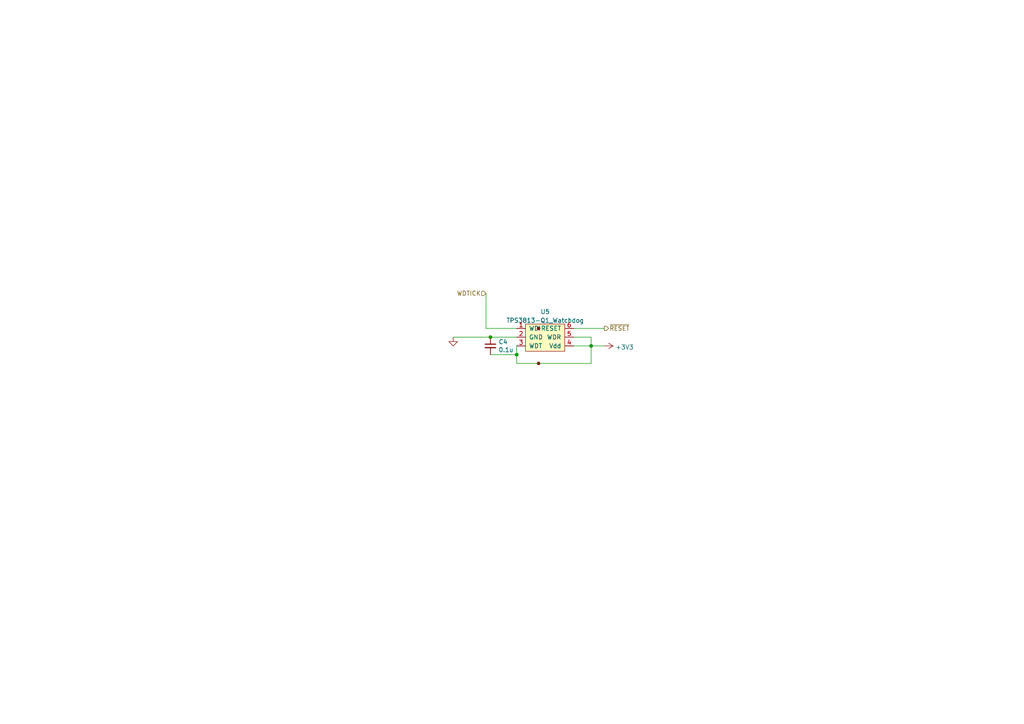
<source format=kicad_sch>
(kicad_sch (version 20231120) (generator "eeschema") (generator_version "8.0")
  (paper "A4")
  (title_block (title "Avionics Board") (rev "A") (company "SilverSat Limited"))
  (lib_symbols
    (symbol "Device:C_Small" (pin_numbers hide) (pin_names (offset 0.254) hide)
      (property "Reference" "C" (at 0.254 1.778 0))
      (property "Value" "C_Small" (at 0.254 -2.032 0))
      (symbol "C_Small_0_1"
        (polyline (pts (xy -1.524 -0.508) (xy 1.524 -0.508)) (stroke (width 0.3302)))
        (polyline (pts (xy -1.524 0.508) (xy 1.524 0.508)) (stroke (width 0.3048)))
      )
      (symbol "C_Small_1_1"
        (pin passive line (at 0 2.54 270) (length 2.032) (name "~") (number "1"))
        (pin passive line (at 0 -2.54 90) (length 2.032) (name "~") (number "2"))
      )
    )
    (symbol "SilverSat_symbols:TPS3813-Q1_Watchdog" (pin_names (offset 1.016))
      (property "Reference" "U" (at 0 7.62 0))
      (property "Value" "TPS3813-Q1_Watchdog" (at 0 10.16 0))
      (symbol "TPS3813-Q1_Watchdog_0_1"
        (rectangle (start -3.81 -5.08) (end -3.81 -5.08) (stroke (width 0.9906)))
        (circle (center -3.81 5.08) (radius 0.0001) (stroke (width 0.508)))
        (rectangle (start 3.81 6.35) (end -7.62 -1.524) (fill (type background)))
      )
      (symbol "TPS3813-Q1_Watchdog_1_1"
        (pin input line (at -10.16 5.08 0) (length 2.54) (name "WDI") (number "1"))
        (pin input line (at -10.16 2.54 0) (length 2.54) (name "GND") (number "2"))
        (pin input line (at -10.16 0 0) (length 2.54) (name "WDT") (number "3"))
        (pin input line (at 6.35 0 180) (length 2.54) (name "Vdd") (number "4"))
        (pin input line (at 6.35 2.54 180) (length 2.54) (name "WDR") (number "5"))
        (pin output line (at 6.35 5.08 180) (length 2.54) (name "RESET") (number "6"))
      )
    )
    (symbol "power:+3.3V" (power) (pin_names (offset 0))
      (property "Value" "+3.3V" (at 0 3.556 0))
      (symbol "+3.3V_0_1"
        (polyline (pts (xy -0.762 1.27) (xy 0 2.54)))
        (polyline (pts (xy 0 0) (xy 0 2.54)))
        (polyline (pts (xy 0 2.54) (xy 0.762 1.27)))
      )
      (symbol "+3.3V_1_1"
        (pin power_in line (at 0 0 90) (length 0) hide (name "+3V3") (number "1"))
      )
    )
    (symbol "power:GND" (power) (pin_names (offset 0))
      (property "Value" "GND" (at 0 -3.81 0))
      (symbol "GND_0_1"
        (polyline (pts (xy 0 0) (xy 0 -1.27) (xy 1.27 -1.27) (xy 0 -2.54) (xy -1.27 -1.27) (xy 0 -1.27)))
      )
      (symbol "GND_1_1"
        (pin power_in line (at 0 0 270) (length 0) hide (name "GND") (number "1"))
      )
    )
  )
  (junction (at 142.24 97.79))
  (junction (at 149.86 102.87))
  (junction (at 171.45 100.33))
  (wire (pts (xy 142.24 102.87) (xy 149.86 102.87)))
  (wire (pts (xy 142.24 97.79) (xy 149.86 97.79)))
  (wire (pts (xy 131.445 97.79) (xy 142.24 97.79)))
  (wire (pts (xy 171.45 105.41) (xy 171.45 100.33)))
  (wire (pts (xy 175.26 95.25) (xy 166.37 95.25)))
  (wire (pts (xy 166.37 100.33) (xy 171.45 100.33)))
  (wire (pts (xy 171.45 100.33) (xy 175.26 100.33)))
  (wire (pts (xy 166.37 97.79) (xy 171.45 97.79)))
  (wire (pts (xy 171.45 97.79) (xy 171.45 100.33)))
  (wire (pts (xy 140.97 95.25) (xy 140.97 85.09)))
  (wire (pts (xy 149.86 95.25) (xy 140.97 95.25)))
  (wire (pts (xy 149.86 102.87) (xy 149.86 105.41)))
  (wire (pts (xy 149.86 100.33) (xy 149.86 102.87)))
  (wire (pts (xy 149.86 105.41) (xy 171.45 105.41)))
  (hierarchical_label "WDTICK" (shape input) (at 140.97 85.09 180))
  (hierarchical_label "~{RESET}" (shape output) (at 175.26 95.25 0))
  (symbol (lib_id "power:GND") (at 131.445 97.79 0) (unit 1)
    (property "Reference" "#PWR0109" (effects (hide yes)))
    (property "Value" "GND" (effects (hide yes)))
  )
  (symbol (lib_id "power:+3.3V") (at 175.26 100.33 270) (unit 1)
    (property "Reference" "#PWR0110" (effects (hide yes)))
    (property "Value" "+3V3" (at 178.5112 100.711 90) (effects (justify left)))
  )
  (symbol (lib_id "Device:C_Small") (at 142.24 100.33 0) (unit 1)
    (property "Reference" "C4" (at 144.5768 99.1616 0) (effects (justify left)))
    (property "Value" "0.1u" (at 144.5768 101.473 0) (effects (justify left)))
    (property "Footprint" "Capacitor_SMD:C_0603_1608Metric" (effects (hide yes)))
    (property "Part_Number" "06035C104K4Z2A" (effects (hide yes)))
    (property "MPN" "06031C104K4Z2A" (effects (hide yes)))
    (property "Manufacturer" "AVX" (effects (hide yes)))
  )
  (symbol (lib_id "SilverSat_symbols:TPS3813-Q1_Watchdog") (at 160.02 100.33 0) (unit 1)
    (property "Reference" "U5" (at 158.115 90.4072 0))
    (property "Value" "TPS3813-Q1_Watchdog" (at 158.115 92.9441 0))
    (property "Footprint" "Package_TO_SOT_SMD:SOT-23-6" (effects (hide yes)))
    (property "Part_Number" "TPS3813I50QDBVRQ1" (effects (hide yes)))
    (property "MPN" "TPS3813K33QDBVRQ1" (effects (hide yes)))
    (property "Manufacturer" "TI" (effects (hide yes)))
  )
)
</source>
